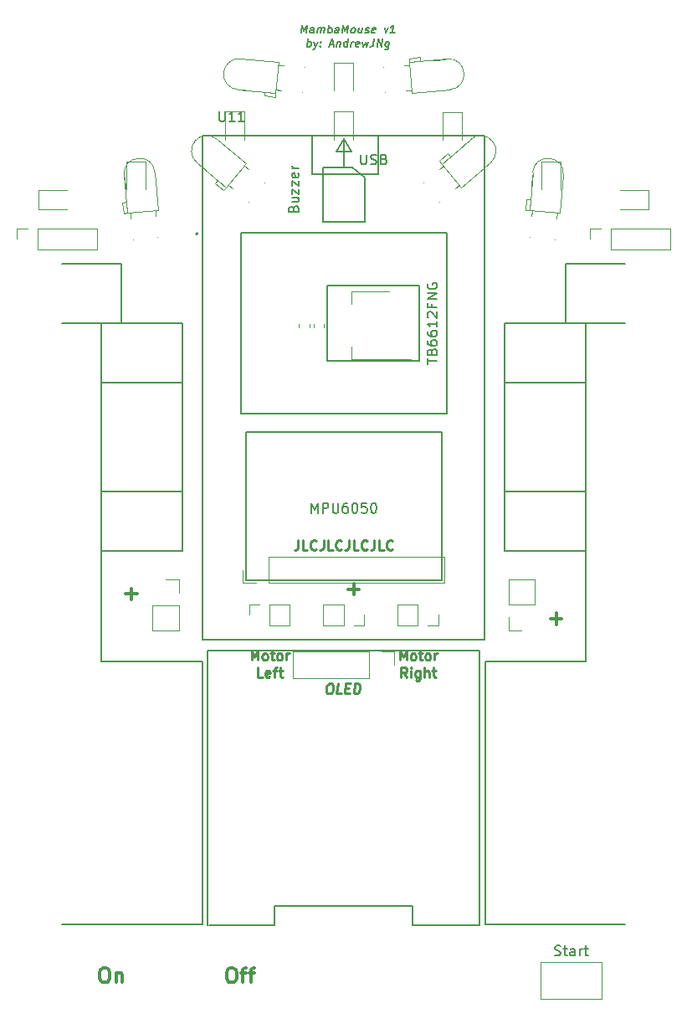
<source format=gbr>
G04 #@! TF.GenerationSoftware,KiCad,Pcbnew,(5.0.1)-3*
G04 #@! TF.CreationDate,2022-06-15T15:11:29+08:00*
G04 #@! TF.ProjectId,Micromouse_V01,4D6963726F6D6F7573655F5630312E6B,rev?*
G04 #@! TF.SameCoordinates,Original*
G04 #@! TF.FileFunction,Legend,Top*
G04 #@! TF.FilePolarity,Positive*
%FSLAX46Y46*%
G04 Gerber Fmt 4.6, Leading zero omitted, Abs format (unit mm)*
G04 Created by KiCad (PCBNEW (5.0.1)-3) date 15-Jun-22 3:11:29 PM*
%MOMM*%
%LPD*%
G01*
G04 APERTURE LIST*
%ADD10C,0.250000*%
%ADD11C,0.300000*%
%ADD12C,0.200000*%
%ADD13C,0.127000*%
%ADD14C,0.150000*%
%ADD15C,0.120000*%
G04 APERTURE END LIST*
D10*
X107666666Y-106577380D02*
X107666666Y-105577380D01*
X108000000Y-106291666D01*
X108333333Y-105577380D01*
X108333333Y-106577380D01*
X108952380Y-106577380D02*
X108857142Y-106529761D01*
X108809523Y-106482142D01*
X108761904Y-106386904D01*
X108761904Y-106101190D01*
X108809523Y-106005952D01*
X108857142Y-105958333D01*
X108952380Y-105910714D01*
X109095238Y-105910714D01*
X109190476Y-105958333D01*
X109238095Y-106005952D01*
X109285714Y-106101190D01*
X109285714Y-106386904D01*
X109238095Y-106482142D01*
X109190476Y-106529761D01*
X109095238Y-106577380D01*
X108952380Y-106577380D01*
X109571428Y-105910714D02*
X109952380Y-105910714D01*
X109714285Y-105577380D02*
X109714285Y-106434523D01*
X109761904Y-106529761D01*
X109857142Y-106577380D01*
X109952380Y-106577380D01*
X110428571Y-106577380D02*
X110333333Y-106529761D01*
X110285714Y-106482142D01*
X110238095Y-106386904D01*
X110238095Y-106101190D01*
X110285714Y-106005952D01*
X110333333Y-105958333D01*
X110428571Y-105910714D01*
X110571428Y-105910714D01*
X110666666Y-105958333D01*
X110714285Y-106005952D01*
X110761904Y-106101190D01*
X110761904Y-106386904D01*
X110714285Y-106482142D01*
X110666666Y-106529761D01*
X110571428Y-106577380D01*
X110428571Y-106577380D01*
X111190476Y-106577380D02*
X111190476Y-105910714D01*
X111190476Y-106101190D02*
X111238095Y-106005952D01*
X111285714Y-105958333D01*
X111380952Y-105910714D01*
X111476190Y-105910714D01*
X108380952Y-108327380D02*
X108047619Y-107851190D01*
X107809523Y-108327380D02*
X107809523Y-107327380D01*
X108190476Y-107327380D01*
X108285714Y-107375000D01*
X108333333Y-107422619D01*
X108380952Y-107517857D01*
X108380952Y-107660714D01*
X108333333Y-107755952D01*
X108285714Y-107803571D01*
X108190476Y-107851190D01*
X107809523Y-107851190D01*
X108809523Y-108327380D02*
X108809523Y-107660714D01*
X108809523Y-107327380D02*
X108761904Y-107375000D01*
X108809523Y-107422619D01*
X108857142Y-107375000D01*
X108809523Y-107327380D01*
X108809523Y-107422619D01*
X109714285Y-107660714D02*
X109714285Y-108470238D01*
X109666666Y-108565476D01*
X109619047Y-108613095D01*
X109523809Y-108660714D01*
X109380952Y-108660714D01*
X109285714Y-108613095D01*
X109714285Y-108279761D02*
X109619047Y-108327380D01*
X109428571Y-108327380D01*
X109333333Y-108279761D01*
X109285714Y-108232142D01*
X109238095Y-108136904D01*
X109238095Y-107851190D01*
X109285714Y-107755952D01*
X109333333Y-107708333D01*
X109428571Y-107660714D01*
X109619047Y-107660714D01*
X109714285Y-107708333D01*
X110190476Y-108327380D02*
X110190476Y-107327380D01*
X110619047Y-108327380D02*
X110619047Y-107803571D01*
X110571428Y-107708333D01*
X110476190Y-107660714D01*
X110333333Y-107660714D01*
X110238095Y-107708333D01*
X110190476Y-107755952D01*
X110952380Y-107660714D02*
X111333333Y-107660714D01*
X111095238Y-107327380D02*
X111095238Y-108184523D01*
X111142857Y-108279761D01*
X111238095Y-108327380D01*
X111333333Y-108327380D01*
X92666666Y-106577380D02*
X92666666Y-105577380D01*
X93000000Y-106291666D01*
X93333333Y-105577380D01*
X93333333Y-106577380D01*
X93952380Y-106577380D02*
X93857142Y-106529761D01*
X93809523Y-106482142D01*
X93761904Y-106386904D01*
X93761904Y-106101190D01*
X93809523Y-106005952D01*
X93857142Y-105958333D01*
X93952380Y-105910714D01*
X94095238Y-105910714D01*
X94190476Y-105958333D01*
X94238095Y-106005952D01*
X94285714Y-106101190D01*
X94285714Y-106386904D01*
X94238095Y-106482142D01*
X94190476Y-106529761D01*
X94095238Y-106577380D01*
X93952380Y-106577380D01*
X94571428Y-105910714D02*
X94952380Y-105910714D01*
X94714285Y-105577380D02*
X94714285Y-106434523D01*
X94761904Y-106529761D01*
X94857142Y-106577380D01*
X94952380Y-106577380D01*
X95428571Y-106577380D02*
X95333333Y-106529761D01*
X95285714Y-106482142D01*
X95238095Y-106386904D01*
X95238095Y-106101190D01*
X95285714Y-106005952D01*
X95333333Y-105958333D01*
X95428571Y-105910714D01*
X95571428Y-105910714D01*
X95666666Y-105958333D01*
X95714285Y-106005952D01*
X95761904Y-106101190D01*
X95761904Y-106386904D01*
X95714285Y-106482142D01*
X95666666Y-106529761D01*
X95571428Y-106577380D01*
X95428571Y-106577380D01*
X96190476Y-106577380D02*
X96190476Y-105910714D01*
X96190476Y-106101190D02*
X96238095Y-106005952D01*
X96285714Y-105958333D01*
X96380952Y-105910714D01*
X96476190Y-105910714D01*
X93809523Y-108327380D02*
X93333333Y-108327380D01*
X93333333Y-107327380D01*
X94523809Y-108279761D02*
X94428571Y-108327380D01*
X94238095Y-108327380D01*
X94142857Y-108279761D01*
X94095238Y-108184523D01*
X94095238Y-107803571D01*
X94142857Y-107708333D01*
X94238095Y-107660714D01*
X94428571Y-107660714D01*
X94523809Y-107708333D01*
X94571428Y-107803571D01*
X94571428Y-107898809D01*
X94095238Y-107994047D01*
X94857142Y-107660714D02*
X95238095Y-107660714D01*
X95000000Y-108327380D02*
X95000000Y-107470238D01*
X95047619Y-107375000D01*
X95142857Y-107327380D01*
X95238095Y-107327380D01*
X95428571Y-107660714D02*
X95809523Y-107660714D01*
X95571428Y-107327380D02*
X95571428Y-108184523D01*
X95619047Y-108279761D01*
X95714285Y-108327380D01*
X95809523Y-108327380D01*
X97380952Y-94452380D02*
X97380952Y-95166666D01*
X97333333Y-95309523D01*
X97238095Y-95404761D01*
X97095238Y-95452380D01*
X97000000Y-95452380D01*
X98333333Y-95452380D02*
X97857142Y-95452380D01*
X97857142Y-94452380D01*
X99238095Y-95357142D02*
X99190476Y-95404761D01*
X99047619Y-95452380D01*
X98952380Y-95452380D01*
X98809523Y-95404761D01*
X98714285Y-95309523D01*
X98666666Y-95214285D01*
X98619047Y-95023809D01*
X98619047Y-94880952D01*
X98666666Y-94690476D01*
X98714285Y-94595238D01*
X98809523Y-94500000D01*
X98952380Y-94452380D01*
X99047619Y-94452380D01*
X99190476Y-94500000D01*
X99238095Y-94547619D01*
X99952380Y-94452380D02*
X99952380Y-95166666D01*
X99904761Y-95309523D01*
X99809523Y-95404761D01*
X99666666Y-95452380D01*
X99571428Y-95452380D01*
X100904761Y-95452380D02*
X100428571Y-95452380D01*
X100428571Y-94452380D01*
X101809523Y-95357142D02*
X101761904Y-95404761D01*
X101619047Y-95452380D01*
X101523809Y-95452380D01*
X101380952Y-95404761D01*
X101285714Y-95309523D01*
X101238095Y-95214285D01*
X101190476Y-95023809D01*
X101190476Y-94880952D01*
X101238095Y-94690476D01*
X101285714Y-94595238D01*
X101380952Y-94500000D01*
X101523809Y-94452380D01*
X101619047Y-94452380D01*
X101761904Y-94500000D01*
X101809523Y-94547619D01*
X102523809Y-94452380D02*
X102523809Y-95166666D01*
X102476190Y-95309523D01*
X102380952Y-95404761D01*
X102238095Y-95452380D01*
X102142857Y-95452380D01*
X103476190Y-95452380D02*
X103000000Y-95452380D01*
X103000000Y-94452380D01*
X104380952Y-95357142D02*
X104333333Y-95404761D01*
X104190476Y-95452380D01*
X104095238Y-95452380D01*
X103952380Y-95404761D01*
X103857142Y-95309523D01*
X103809523Y-95214285D01*
X103761904Y-95023809D01*
X103761904Y-94880952D01*
X103809523Y-94690476D01*
X103857142Y-94595238D01*
X103952380Y-94500000D01*
X104095238Y-94452380D01*
X104190476Y-94452380D01*
X104333333Y-94500000D01*
X104380952Y-94547619D01*
X105095238Y-94452380D02*
X105095238Y-95166666D01*
X105047619Y-95309523D01*
X104952380Y-95404761D01*
X104809523Y-95452380D01*
X104714285Y-95452380D01*
X106047619Y-95452380D02*
X105571428Y-95452380D01*
X105571428Y-94452380D01*
X106952380Y-95357142D02*
X106904761Y-95404761D01*
X106761904Y-95452380D01*
X106666666Y-95452380D01*
X106523809Y-95404761D01*
X106428571Y-95309523D01*
X106380952Y-95214285D01*
X106333333Y-95023809D01*
X106333333Y-94880952D01*
X106380952Y-94690476D01*
X106428571Y-94595238D01*
X106523809Y-94500000D01*
X106666666Y-94452380D01*
X106761904Y-94452380D01*
X106904761Y-94500000D01*
X106952380Y-94547619D01*
X100564508Y-108952380D02*
X100754985Y-108952380D01*
X100844270Y-109000000D01*
X100927604Y-109095238D01*
X100951413Y-109285714D01*
X100909747Y-109619047D01*
X100838318Y-109809523D01*
X100731175Y-109904761D01*
X100629985Y-109952380D01*
X100439508Y-109952380D01*
X100350223Y-109904761D01*
X100266889Y-109809523D01*
X100243080Y-109619047D01*
X100284747Y-109285714D01*
X100356175Y-109095238D01*
X100463318Y-109000000D01*
X100564508Y-108952380D01*
X101772842Y-109952380D02*
X101296651Y-109952380D01*
X101421651Y-108952380D01*
X102171651Y-109428571D02*
X102504985Y-109428571D01*
X102582366Y-109952380D02*
X102106175Y-109952380D01*
X102231175Y-108952380D01*
X102707366Y-108952380D01*
X103010937Y-109952380D02*
X103135937Y-108952380D01*
X103374032Y-108952380D01*
X103510937Y-109000000D01*
X103594270Y-109095238D01*
X103629985Y-109190476D01*
X103653794Y-109380952D01*
X103635937Y-109523809D01*
X103564508Y-109714285D01*
X103504985Y-109809523D01*
X103397842Y-109904761D01*
X103249032Y-109952380D01*
X103010937Y-109952380D01*
D11*
X90500000Y-137678571D02*
X90785714Y-137678571D01*
X90928571Y-137750000D01*
X91071428Y-137892857D01*
X91142857Y-138178571D01*
X91142857Y-138678571D01*
X91071428Y-138964285D01*
X90928571Y-139107142D01*
X90785714Y-139178571D01*
X90500000Y-139178571D01*
X90357142Y-139107142D01*
X90214285Y-138964285D01*
X90142857Y-138678571D01*
X90142857Y-138178571D01*
X90214285Y-137892857D01*
X90357142Y-137750000D01*
X90500000Y-137678571D01*
X91571428Y-138178571D02*
X92142857Y-138178571D01*
X91785714Y-139178571D02*
X91785714Y-137892857D01*
X91857142Y-137750000D01*
X92000000Y-137678571D01*
X92142857Y-137678571D01*
X92428571Y-138178571D02*
X93000000Y-138178571D01*
X92642857Y-139178571D02*
X92642857Y-137892857D01*
X92714285Y-137750000D01*
X92857142Y-137678571D01*
X93000000Y-137678571D01*
X77678571Y-137678571D02*
X77964285Y-137678571D01*
X78107142Y-137750000D01*
X78250000Y-137892857D01*
X78321428Y-138178571D01*
X78321428Y-138678571D01*
X78250000Y-138964285D01*
X78107142Y-139107142D01*
X77964285Y-139178571D01*
X77678571Y-139178571D01*
X77535714Y-139107142D01*
X77392857Y-138964285D01*
X77321428Y-138678571D01*
X77321428Y-138178571D01*
X77392857Y-137892857D01*
X77535714Y-137750000D01*
X77678571Y-137678571D01*
X78964285Y-138178571D02*
X78964285Y-139178571D01*
X78964285Y-138321428D02*
X79035714Y-138250000D01*
X79178571Y-138178571D01*
X79392857Y-138178571D01*
X79535714Y-138250000D01*
X79607142Y-138392857D01*
X79607142Y-139178571D01*
X103571428Y-99392857D02*
X102428571Y-99392857D01*
X103000000Y-98821428D02*
X103000000Y-99964285D01*
X81071428Y-99892857D02*
X79928571Y-99892857D01*
X80500000Y-99321428D02*
X80500000Y-100464285D01*
D12*
X77500000Y-89500000D02*
X85700000Y-89500000D01*
X85700000Y-78500000D02*
X77500000Y-78500000D01*
X118300000Y-89500000D02*
X126500000Y-89500000D01*
X126500000Y-78500000D02*
X118300000Y-78500000D01*
X77500000Y-95500000D02*
X85700000Y-95500000D01*
X85700000Y-95500000D02*
X85700000Y-72500000D01*
X85700000Y-72500000D02*
X77500000Y-72500000D01*
X126500000Y-95500000D02*
X118300000Y-95500000D01*
X118300000Y-95500000D02*
X118300000Y-72500000D01*
X126500000Y-72500000D02*
X118300000Y-72500000D01*
X87700000Y-106700000D02*
X87700000Y-133300000D01*
X87700000Y-133300000D02*
X73500000Y-133300000D01*
X87700000Y-106700000D02*
X77500000Y-106700000D01*
X77500000Y-72500000D02*
X77500000Y-106700000D01*
X79500000Y-72500000D02*
X73500000Y-72500000D01*
X79500000Y-72500000D02*
X79500000Y-66500000D01*
X79500000Y-66500000D02*
X73500000Y-66500000D01*
X130500000Y-133300000D02*
X116300000Y-133300000D01*
X116300000Y-106700000D02*
X116300000Y-133300000D01*
X116300000Y-106700000D02*
X126500000Y-106700000D01*
X126500000Y-72500000D02*
X126500000Y-106700000D01*
X124500000Y-72500000D02*
X130500000Y-72500000D01*
X124500000Y-66500000D02*
X124500000Y-72500000D01*
X130500000Y-66500000D02*
X124500000Y-66500000D01*
X97689702Y-43161904D02*
X97789702Y-42361904D01*
X97984940Y-42933333D01*
X98323035Y-42361904D01*
X98223035Y-43161904D01*
X98946845Y-43161904D02*
X98999226Y-42742857D01*
X98970654Y-42666666D01*
X98899226Y-42628571D01*
X98746845Y-42628571D01*
X98665892Y-42666666D01*
X98951607Y-43123809D02*
X98870654Y-43161904D01*
X98680178Y-43161904D01*
X98608750Y-43123809D01*
X98580178Y-43047619D01*
X98589702Y-42971428D01*
X98637321Y-42895238D01*
X98718273Y-42857142D01*
X98908750Y-42857142D01*
X98989702Y-42819047D01*
X99327797Y-43161904D02*
X99394464Y-42628571D01*
X99384940Y-42704761D02*
X99427797Y-42666666D01*
X99508750Y-42628571D01*
X99623035Y-42628571D01*
X99694464Y-42666666D01*
X99723035Y-42742857D01*
X99670654Y-43161904D01*
X99723035Y-42742857D02*
X99770654Y-42666666D01*
X99851607Y-42628571D01*
X99965892Y-42628571D01*
X100037321Y-42666666D01*
X100065892Y-42742857D01*
X100013511Y-43161904D01*
X100394464Y-43161904D02*
X100494464Y-42361904D01*
X100456369Y-42666666D02*
X100537321Y-42628571D01*
X100689702Y-42628571D01*
X100761130Y-42666666D01*
X100794464Y-42704761D01*
X100823035Y-42780952D01*
X100794464Y-43009523D01*
X100746845Y-43085714D01*
X100703988Y-43123809D01*
X100623035Y-43161904D01*
X100470654Y-43161904D01*
X100399226Y-43123809D01*
X101461130Y-43161904D02*
X101513511Y-42742857D01*
X101484940Y-42666666D01*
X101413511Y-42628571D01*
X101261130Y-42628571D01*
X101180178Y-42666666D01*
X101465892Y-43123809D02*
X101384940Y-43161904D01*
X101194464Y-43161904D01*
X101123035Y-43123809D01*
X101094464Y-43047619D01*
X101103988Y-42971428D01*
X101151607Y-42895238D01*
X101232559Y-42857142D01*
X101423035Y-42857142D01*
X101503988Y-42819047D01*
X101842083Y-43161904D02*
X101942083Y-42361904D01*
X102137321Y-42933333D01*
X102475416Y-42361904D01*
X102375416Y-43161904D01*
X102870654Y-43161904D02*
X102799226Y-43123809D01*
X102765892Y-43085714D01*
X102737321Y-43009523D01*
X102765892Y-42780952D01*
X102813511Y-42704761D01*
X102856369Y-42666666D01*
X102937321Y-42628571D01*
X103051607Y-42628571D01*
X103123035Y-42666666D01*
X103156369Y-42704761D01*
X103184940Y-42780952D01*
X103156369Y-43009523D01*
X103108750Y-43085714D01*
X103065892Y-43123809D01*
X102984940Y-43161904D01*
X102870654Y-43161904D01*
X103889702Y-42628571D02*
X103823035Y-43161904D01*
X103546845Y-42628571D02*
X103494464Y-43047619D01*
X103523035Y-43123809D01*
X103594464Y-43161904D01*
X103708750Y-43161904D01*
X103789702Y-43123809D01*
X103832559Y-43085714D01*
X104170654Y-43123809D02*
X104242083Y-43161904D01*
X104394464Y-43161904D01*
X104475416Y-43123809D01*
X104523035Y-43047619D01*
X104527797Y-43009523D01*
X104499226Y-42933333D01*
X104427797Y-42895238D01*
X104313511Y-42895238D01*
X104242083Y-42857142D01*
X104213511Y-42780952D01*
X104218273Y-42742857D01*
X104265892Y-42666666D01*
X104346845Y-42628571D01*
X104461130Y-42628571D01*
X104532559Y-42666666D01*
X105161130Y-43123809D02*
X105080178Y-43161904D01*
X104927797Y-43161904D01*
X104856369Y-43123809D01*
X104827797Y-43047619D01*
X104865892Y-42742857D01*
X104913511Y-42666666D01*
X104994464Y-42628571D01*
X105146845Y-42628571D01*
X105218273Y-42666666D01*
X105246845Y-42742857D01*
X105237321Y-42819047D01*
X104846845Y-42895238D01*
X106137321Y-42628571D02*
X106261130Y-43161904D01*
X106518273Y-42628571D01*
X107175416Y-43161904D02*
X106718273Y-43161904D01*
X106946845Y-43161904D02*
X107046845Y-42361904D01*
X106956369Y-42476190D01*
X106870654Y-42552380D01*
X106789702Y-42590476D01*
X98280178Y-44561904D02*
X98380178Y-43761904D01*
X98342083Y-44066666D02*
X98423035Y-44028571D01*
X98575416Y-44028571D01*
X98646845Y-44066666D01*
X98680178Y-44104761D01*
X98708750Y-44180952D01*
X98680178Y-44409523D01*
X98632559Y-44485714D01*
X98589702Y-44523809D01*
X98508750Y-44561904D01*
X98356369Y-44561904D01*
X98284940Y-44523809D01*
X98994464Y-44028571D02*
X99118273Y-44561904D01*
X99375416Y-44028571D02*
X99118273Y-44561904D01*
X99018273Y-44752380D01*
X98975416Y-44790476D01*
X98894464Y-44828571D01*
X99623035Y-44485714D02*
X99656369Y-44523809D01*
X99613511Y-44561904D01*
X99580178Y-44523809D01*
X99623035Y-44485714D01*
X99613511Y-44561904D01*
X99675416Y-44066666D02*
X99708750Y-44104761D01*
X99665892Y-44142857D01*
X99632559Y-44104761D01*
X99675416Y-44066666D01*
X99665892Y-44142857D01*
X100594464Y-44333333D02*
X100975416Y-44333333D01*
X100489702Y-44561904D02*
X100856369Y-43761904D01*
X101023035Y-44561904D01*
X101356369Y-44028571D02*
X101289702Y-44561904D01*
X101346845Y-44104761D02*
X101389702Y-44066666D01*
X101470654Y-44028571D01*
X101584940Y-44028571D01*
X101656369Y-44066666D01*
X101684940Y-44142857D01*
X101632559Y-44561904D01*
X102356369Y-44561904D02*
X102456369Y-43761904D01*
X102361130Y-44523809D02*
X102280178Y-44561904D01*
X102127797Y-44561904D01*
X102056369Y-44523809D01*
X102023035Y-44485714D01*
X101994464Y-44409523D01*
X102023035Y-44180952D01*
X102070654Y-44104761D01*
X102113511Y-44066666D01*
X102194464Y-44028571D01*
X102346845Y-44028571D01*
X102418273Y-44066666D01*
X102737321Y-44561904D02*
X102803988Y-44028571D01*
X102784940Y-44180952D02*
X102832559Y-44104761D01*
X102875416Y-44066666D01*
X102956369Y-44028571D01*
X103032559Y-44028571D01*
X103542083Y-44523809D02*
X103461130Y-44561904D01*
X103308750Y-44561904D01*
X103237321Y-44523809D01*
X103208750Y-44447619D01*
X103246845Y-44142857D01*
X103294464Y-44066666D01*
X103375416Y-44028571D01*
X103527797Y-44028571D01*
X103599226Y-44066666D01*
X103627797Y-44142857D01*
X103618273Y-44219047D01*
X103227797Y-44295238D01*
X103908750Y-44028571D02*
X103994464Y-44561904D01*
X104194464Y-44180952D01*
X104299226Y-44561904D01*
X104518273Y-44028571D01*
X105084940Y-43761904D02*
X105013511Y-44333333D01*
X104961130Y-44447619D01*
X104875416Y-44523809D01*
X104756369Y-44561904D01*
X104680178Y-44561904D01*
X105365892Y-44561904D02*
X105465892Y-43761904D01*
X105823035Y-44561904D01*
X105923035Y-43761904D01*
X106613511Y-44028571D02*
X106532559Y-44676190D01*
X106484940Y-44752380D01*
X106442083Y-44790476D01*
X106361130Y-44828571D01*
X106246845Y-44828571D01*
X106175416Y-44790476D01*
X106551607Y-44523809D02*
X106470654Y-44561904D01*
X106318273Y-44561904D01*
X106246845Y-44523809D01*
X106213511Y-44485714D01*
X106184940Y-44409523D01*
X106213511Y-44180952D01*
X106261130Y-44104761D01*
X106303988Y-44066666D01*
X106384940Y-44028571D01*
X106537321Y-44028571D01*
X106608750Y-44066666D01*
D11*
X124071428Y-102392857D02*
X122928571Y-102392857D01*
X123500000Y-101821428D02*
X123500000Y-102964285D01*
D12*
G04 #@! TO.C,U11*
X102762000Y-55124000D02*
X102000000Y-53854000D01*
X101238000Y-55124000D02*
X102762000Y-55124000D01*
X102000000Y-53854000D02*
X101238000Y-55124000D01*
X102000000Y-56648000D02*
X102000000Y-53854000D01*
X102000000Y-53854000D02*
X102000000Y-56648000D01*
D13*
X110780000Y-104475000D02*
X116230000Y-104475000D01*
X93090000Y-104475000D02*
X110780000Y-104475000D01*
X87720000Y-104475000D02*
X93090000Y-104475000D01*
X116230000Y-53525000D02*
X116230000Y-104475000D01*
X87720000Y-104475000D02*
X87720000Y-53525000D01*
X105500000Y-53525000D02*
X116230000Y-53525000D01*
X98789000Y-53525000D02*
X105500000Y-53525000D01*
X87720000Y-53525000D02*
X98789000Y-53525000D01*
X98789000Y-57415000D02*
X98789000Y-53525000D01*
X105500000Y-57415000D02*
X98789000Y-57415000D01*
X105500000Y-53525000D02*
X105500000Y-57415000D01*
D12*
X87250000Y-63485000D02*
G75*
G03X87250000Y-63485000I-100000J0D01*
G01*
D13*
X87720000Y-104475000D02*
X87720000Y-53525000D01*
X87720000Y-53525000D02*
X116230000Y-53525000D01*
X116230000Y-104475000D02*
X87720000Y-104475000D01*
X116230000Y-53525000D02*
X116230000Y-104475000D01*
D14*
G04 #@! TO.C,J3*
X95000000Y-133400000D02*
X88350000Y-133400000D01*
X88250000Y-105600000D02*
X88250000Y-133400000D01*
X115750000Y-105600000D02*
X115750000Y-133400000D01*
D15*
X107140000Y-105739000D02*
X107140000Y-107069000D01*
X105810000Y-105739000D02*
X107140000Y-105739000D01*
X104540000Y-105739000D02*
X104540000Y-108399000D01*
X104540000Y-108399000D02*
X96860000Y-108399000D01*
X104540000Y-105739000D02*
X96860000Y-105739000D01*
X96860000Y-105739000D02*
X96860000Y-108399000D01*
D14*
X115750000Y-105600000D02*
X88250000Y-105600000D01*
X115650000Y-133400000D02*
X109000000Y-133400000D01*
X109000000Y-131400000D02*
X109000000Y-133400000D01*
X95000000Y-131400000D02*
X95000000Y-133400000D01*
X95000000Y-131400000D02*
X109000000Y-131400000D01*
G04 #@! TO.C,BZ1*
X99900000Y-56750000D02*
X99900000Y-62250000D01*
X104100000Y-57800000D02*
X104100000Y-62250000D01*
X104100000Y-62250000D02*
X99900000Y-62250000D01*
X102900000Y-56750000D02*
X99900000Y-56750000D01*
X104100000Y-57800000D02*
X102900000Y-56750000D01*
D15*
G04 #@! TO.C,S1*
X80425617Y-61518971D02*
X80425617Y-61518971D01*
X82955953Y-61297592D02*
X82955953Y-61297592D01*
X79806399Y-57768668D02*
X79904014Y-58884406D01*
X80643507Y-64009457D02*
X80643507Y-64009457D01*
X80410801Y-61349617D02*
X80410801Y-61349617D01*
X80460914Y-61922429D02*
X80410801Y-61349617D01*
X83173841Y-63788081D02*
X83173841Y-63788081D01*
X82941134Y-61128241D02*
X82991250Y-61701053D01*
X82941134Y-61128241D02*
X82941134Y-61128241D01*
X82991250Y-61701053D02*
X82941134Y-61128241D01*
X80121903Y-61374892D02*
X79723426Y-61409752D01*
X80024289Y-60259155D02*
X80121903Y-61374892D01*
X79625812Y-60294016D02*
X80024289Y-60259155D01*
X79723426Y-61409752D02*
X79625812Y-60294016D01*
X83230033Y-61102967D02*
X80121903Y-61374892D01*
X80121903Y-61374892D02*
X79785483Y-57529581D01*
X83230033Y-61102967D02*
X82893611Y-57257654D01*
X79785483Y-57529582D02*
G75*
G02X82893611Y-57257654I1554064J135964D01*
G01*
G04 #@! TO.C,S2*
X90425284Y-58651798D02*
X90425284Y-58651798D01*
X92057963Y-56706042D02*
X92057963Y-56706042D01*
X87335565Y-56437786D02*
X88193536Y-57157708D01*
X92340395Y-60258766D02*
X92340395Y-60258766D01*
X90295056Y-58542523D02*
X90295056Y-58542523D01*
X90735531Y-58912127D02*
X90295056Y-58542523D01*
X93973075Y-58313013D02*
X93973075Y-58313013D01*
X91927735Y-56596770D02*
X92368212Y-56966373D01*
X91927735Y-56596770D02*
X91927735Y-56596770D01*
X92368212Y-56966373D02*
X91927735Y-56596770D01*
X90108647Y-58764677D02*
X89851531Y-59071092D01*
X89250678Y-58044755D02*
X90108647Y-58764677D01*
X88993563Y-58351172D02*
X89250678Y-58044755D01*
X89851531Y-59071092D02*
X88993563Y-58351172D01*
X92114146Y-56374617D02*
X90108647Y-58764677D01*
X90108647Y-58764677D02*
X87151716Y-56283516D01*
X92114146Y-56374617D02*
X89157213Y-53893456D01*
X87151717Y-56283516D02*
G75*
G02X89157213Y-53893456I1002748J1195030D01*
G01*
G04 #@! TO.C,S5*
X95298467Y-48945990D02*
X95298467Y-48945990D01*
X95519840Y-46415654D02*
X95519840Y-46415654D01*
X91497613Y-48904568D02*
X92613351Y-49002181D01*
X97788953Y-49163879D02*
X97788953Y-49163879D01*
X95129113Y-48931173D02*
X95129113Y-48931173D01*
X95701925Y-48981289D02*
X95129113Y-48931173D01*
X98010328Y-46633545D02*
X98010328Y-46633545D01*
X95350488Y-46400840D02*
X95923301Y-46450953D01*
X95350488Y-46400840D02*
X95350488Y-46400840D01*
X95923301Y-46450953D02*
X95350488Y-46400840D01*
X95103838Y-49220071D02*
X95068974Y-49618548D01*
X93988101Y-49122456D02*
X95103838Y-49220071D01*
X93953237Y-49520933D02*
X93988101Y-49122456D01*
X95068974Y-49618548D02*
X93953237Y-49520933D01*
X95375765Y-46111941D02*
X95103838Y-49220071D01*
X95103838Y-49220071D02*
X91258526Y-48883649D01*
X95375765Y-46111941D02*
X91530451Y-45775521D01*
X91258527Y-48883649D02*
G75*
G02X91530451Y-45775521I135962J1554064D01*
G01*
G04 #@! TO.C,S6*
X108481029Y-46425617D02*
X108481029Y-46425617D01*
X108702408Y-48955953D02*
X108702408Y-48955953D01*
X112231332Y-45806399D02*
X111115594Y-45904014D01*
X105990543Y-46643507D02*
X105990543Y-46643507D01*
X108650383Y-46410801D02*
X108650383Y-46410801D01*
X108077571Y-46460914D02*
X108650383Y-46410801D01*
X106211919Y-49173841D02*
X106211919Y-49173841D01*
X108871759Y-48941134D02*
X108298947Y-48991250D01*
X108871759Y-48941134D02*
X108871759Y-48941134D01*
X108298947Y-48991250D02*
X108871759Y-48941134D01*
X108625108Y-46121903D02*
X108590248Y-45723426D01*
X109740845Y-46024289D02*
X108625108Y-46121903D01*
X109705984Y-45625812D02*
X109740845Y-46024289D01*
X108590248Y-45723426D02*
X109705984Y-45625812D01*
X108897033Y-49230033D02*
X108625108Y-46121903D01*
X108625108Y-46121903D02*
X112470419Y-45785483D01*
X108897033Y-49230033D02*
X112742346Y-48893611D01*
X112470418Y-45785483D02*
G75*
G02X112742346Y-48893611I135964J-1554064D01*
G01*
G04 #@! TO.C,S4*
X121054010Y-61298467D02*
X121054010Y-61298467D01*
X123584346Y-61519840D02*
X123584346Y-61519840D01*
X121095432Y-57497613D02*
X120997819Y-58613351D01*
X120836121Y-63788953D02*
X120836121Y-63788953D01*
X121068827Y-61129113D02*
X121068827Y-61129113D01*
X121018711Y-61701925D02*
X121068827Y-61129113D01*
X123366455Y-64010328D02*
X123366455Y-64010328D01*
X123599160Y-61350488D02*
X123549047Y-61923301D01*
X123599160Y-61350488D02*
X123599160Y-61350488D01*
X123549047Y-61923301D02*
X123599160Y-61350488D01*
X120779929Y-61103838D02*
X120381452Y-61068974D01*
X120877545Y-59988101D02*
X120779929Y-61103838D01*
X120479067Y-59953237D02*
X120877545Y-59988101D01*
X120381452Y-61068974D02*
X120479067Y-59953237D01*
X123888059Y-61375765D02*
X120779929Y-61103838D01*
X120779929Y-61103838D02*
X121116351Y-57258526D01*
X123888059Y-61375765D02*
X124224479Y-57530451D01*
X121116351Y-57258527D02*
G75*
G02X124224479Y-57530451I1554064J-135962D01*
G01*
G04 #@! TO.C,S3*
X111948463Y-56713705D02*
X111948463Y-56713705D01*
X113581147Y-58659457D02*
X113581147Y-58659457D01*
X114665363Y-54055385D02*
X113807394Y-54775308D01*
X110033353Y-58320673D02*
X110033353Y-58320673D01*
X112078691Y-56604431D02*
X112078691Y-56604431D01*
X111638215Y-56974033D02*
X112078691Y-56604431D01*
X111666033Y-60266426D02*
X111666033Y-60266426D01*
X113711372Y-58550182D02*
X113270896Y-58919786D01*
X113711372Y-58550182D02*
X113711372Y-58550182D01*
X113270896Y-58919786D02*
X113711372Y-58550182D01*
X111892282Y-56382277D02*
X111635170Y-56075859D01*
X112750251Y-55662355D02*
X111892282Y-56382277D01*
X112493138Y-55355938D02*
X112750251Y-55662355D01*
X111635170Y-56075859D02*
X112493138Y-55355938D01*
X113897780Y-58772338D02*
X111892282Y-56382277D01*
X111892282Y-56382277D02*
X114849215Y-53901117D01*
X113897780Y-58772338D02*
X116854713Y-56291176D01*
X114849213Y-53901118D02*
G75*
G02X116854713Y-56291176I1002750J-1195029D01*
G01*
G04 #@! TO.C,U13*
X112211600Y-98796600D02*
X112211600Y-96136600D01*
X94371600Y-98796600D02*
X112211600Y-98796600D01*
X94371600Y-96136600D02*
X112211600Y-96136600D01*
X94371600Y-98796600D02*
X94371600Y-96136600D01*
X93101600Y-98796600D02*
X91771600Y-98796600D01*
X91771600Y-98796600D02*
X91771600Y-97466600D01*
D12*
X92094000Y-98493000D02*
X92094000Y-83507000D01*
X92094000Y-83507000D02*
X111906000Y-83507000D01*
X92094000Y-98493000D02*
X111906000Y-98493000D01*
X111906000Y-98493000D02*
X111906000Y-83507000D01*
D15*
G04 #@! TO.C,J6*
X129000000Y-65060000D02*
X129000000Y-62940000D01*
X129000000Y-65060000D02*
X135060000Y-65060000D01*
X135060000Y-65060000D02*
X135060000Y-62940000D01*
X129000000Y-62940000D02*
X135060000Y-62940000D01*
X126940000Y-62940000D02*
X128000000Y-62940000D01*
X126940000Y-64000000D02*
X126940000Y-62940000D01*
G04 #@! TO.C,J5*
X71000000Y-65060000D02*
X71000000Y-62940000D01*
X71000000Y-65060000D02*
X77060000Y-65060000D01*
X77060000Y-65060000D02*
X77060000Y-62940000D01*
X71000000Y-62940000D02*
X77060000Y-62940000D01*
X68940000Y-62940000D02*
X70000000Y-62940000D01*
X68940000Y-64000000D02*
X68940000Y-62940000D01*
G04 #@! TO.C,C1*
X98510000Y-72566910D02*
X98510000Y-72892468D01*
X97490000Y-72566910D02*
X97490000Y-72892468D01*
G04 #@! TO.C,C2*
X98970668Y-72566910D02*
X98970668Y-72892468D01*
X99990668Y-72566910D02*
X99990668Y-72892468D01*
G04 #@! TO.C,U1*
X108830668Y-76139689D02*
X102820668Y-76139689D01*
X106580668Y-69319689D02*
X102820668Y-69319689D01*
X102820668Y-76139689D02*
X102820668Y-74879689D01*
X102820668Y-69319689D02*
X102820668Y-70579689D01*
G04 #@! TO.C,J1*
X121330000Y-100980000D02*
X118670000Y-100980000D01*
X121330000Y-100980000D02*
X121330000Y-98380000D01*
X121330000Y-98380000D02*
X118670000Y-98380000D01*
X118670000Y-100980000D02*
X118670000Y-98380000D01*
X118670000Y-103580000D02*
X118670000Y-102250000D01*
X120000000Y-103580000D02*
X118670000Y-103580000D01*
G04 #@! TO.C,D1*
X74000000Y-59040000D02*
X71140000Y-59040000D01*
X71140000Y-59040000D02*
X71140000Y-60960000D01*
X71140000Y-60960000D02*
X74000000Y-60960000D01*
G04 #@! TO.C,D2*
X102960000Y-49000000D02*
X102960000Y-46140000D01*
X102960000Y-46140000D02*
X101040000Y-46140000D01*
X101040000Y-46140000D02*
X101040000Y-49000000D01*
G04 #@! TO.C,D3*
X132860000Y-59040000D02*
X130000000Y-59040000D01*
X132860000Y-60960000D02*
X132860000Y-59040000D01*
X130000000Y-60960000D02*
X132860000Y-60960000D01*
D14*
G04 #@! TO.C,U12*
X100349000Y-76310000D02*
X109620000Y-76310000D01*
X100349000Y-68690000D02*
X100349000Y-76310000D01*
X109620000Y-68690000D02*
X100349000Y-68690000D01*
X109620000Y-76310000D02*
X109620000Y-68690000D01*
X91586000Y-63356000D02*
X91586000Y-81644000D01*
X91586000Y-81644000D02*
X112414000Y-81644000D01*
X112414000Y-81644000D02*
X112414000Y-63356000D01*
X112414000Y-63356000D02*
X91586000Y-63356000D01*
D15*
G04 #@! TO.C,D4*
X81960000Y-59000000D02*
X81960000Y-56140000D01*
X81960000Y-56140000D02*
X80040000Y-56140000D01*
X80040000Y-56140000D02*
X80040000Y-59000000D01*
G04 #@! TO.C,D5*
X90040000Y-51115000D02*
X90040000Y-53975000D01*
X91960000Y-51115000D02*
X90040000Y-51115000D01*
X91960000Y-53975000D02*
X91960000Y-51115000D01*
G04 #@! TO.C,D6*
X102960000Y-53975000D02*
X102960000Y-51115000D01*
X102960000Y-51115000D02*
X101040000Y-51115000D01*
X101040000Y-51115000D02*
X101040000Y-53975000D01*
G04 #@! TO.C,D7*
X113960000Y-54000000D02*
X113960000Y-51140000D01*
X113960000Y-51140000D02*
X112040000Y-51140000D01*
X112040000Y-51140000D02*
X112040000Y-54000000D01*
G04 #@! TO.C,D8*
X122040000Y-56140000D02*
X122040000Y-59000000D01*
X123960000Y-56140000D02*
X122040000Y-56140000D01*
X123960000Y-59000000D02*
X123960000Y-56140000D01*
G04 #@! TO.C,J2*
X92440000Y-102000000D02*
X92440000Y-100940000D01*
X92440000Y-100940000D02*
X93500000Y-100940000D01*
X94500000Y-100940000D02*
X96560000Y-100940000D01*
X96560000Y-103060000D02*
X96560000Y-100940000D01*
X94500000Y-103060000D02*
X96560000Y-103060000D01*
X94500000Y-103060000D02*
X94500000Y-100940000D01*
G04 #@! TO.C,J4*
X109500000Y-100940000D02*
X109500000Y-103060000D01*
X109500000Y-100940000D02*
X107440000Y-100940000D01*
X107440000Y-100940000D02*
X107440000Y-103060000D01*
X109500000Y-103060000D02*
X107440000Y-103060000D01*
X111560000Y-103060000D02*
X110500000Y-103060000D01*
X111560000Y-102000000D02*
X111560000Y-103060000D01*
G04 #@! TO.C,J7*
X84000000Y-98420000D02*
X85330000Y-98420000D01*
X85330000Y-98420000D02*
X85330000Y-99750000D01*
X85330000Y-101020000D02*
X85330000Y-103620000D01*
X82670000Y-103620000D02*
X85330000Y-103620000D01*
X82670000Y-101020000D02*
X82670000Y-103620000D01*
X82670000Y-101020000D02*
X85330000Y-101020000D01*
G04 #@! TO.C,J8*
X102000000Y-100940000D02*
X102000000Y-103060000D01*
X102000000Y-100940000D02*
X99940000Y-100940000D01*
X99940000Y-100940000D02*
X99940000Y-103060000D01*
X102000000Y-103060000D02*
X99940000Y-103060000D01*
X104060000Y-103060000D02*
X103000000Y-103060000D01*
X104060000Y-102000000D02*
X104060000Y-103060000D01*
G04 #@! TO.C,SW3*
X128060000Y-140850000D02*
X121940000Y-140850000D01*
X121940000Y-140850000D02*
X121940000Y-137150000D01*
X121940000Y-137150000D02*
X128060000Y-137150000D01*
X128060000Y-137150000D02*
X128060000Y-140850000D01*
G04 #@! TO.C,U11*
D14*
X89406904Y-51092380D02*
X89406904Y-51901904D01*
X89454523Y-51997142D01*
X89502142Y-52044761D01*
X89597380Y-52092380D01*
X89787857Y-52092380D01*
X89883095Y-52044761D01*
X89930714Y-51997142D01*
X89978333Y-51901904D01*
X89978333Y-51092380D01*
X90978333Y-52092380D02*
X90406904Y-52092380D01*
X90692619Y-52092380D02*
X90692619Y-51092380D01*
X90597380Y-51235238D01*
X90502142Y-51330476D01*
X90406904Y-51378095D01*
X91930714Y-52092380D02*
X91359285Y-52092380D01*
X91645000Y-52092380D02*
X91645000Y-51092380D01*
X91549761Y-51235238D01*
X91454523Y-51330476D01*
X91359285Y-51378095D01*
X103738095Y-55452380D02*
X103738095Y-56261904D01*
X103785714Y-56357142D01*
X103833333Y-56404761D01*
X103928571Y-56452380D01*
X104119047Y-56452380D01*
X104214285Y-56404761D01*
X104261904Y-56357142D01*
X104309523Y-56261904D01*
X104309523Y-55452380D01*
X104738095Y-56404761D02*
X104880952Y-56452380D01*
X105119047Y-56452380D01*
X105214285Y-56404761D01*
X105261904Y-56357142D01*
X105309523Y-56261904D01*
X105309523Y-56166666D01*
X105261904Y-56071428D01*
X105214285Y-56023809D01*
X105119047Y-55976190D01*
X104928571Y-55928571D01*
X104833333Y-55880952D01*
X104785714Y-55833333D01*
X104738095Y-55738095D01*
X104738095Y-55642857D01*
X104785714Y-55547619D01*
X104833333Y-55500000D01*
X104928571Y-55452380D01*
X105166666Y-55452380D01*
X105309523Y-55500000D01*
X106071428Y-55928571D02*
X106214285Y-55976190D01*
X106261904Y-56023809D01*
X106309523Y-56119047D01*
X106309523Y-56261904D01*
X106261904Y-56357142D01*
X106214285Y-56404761D01*
X106119047Y-56452380D01*
X105738095Y-56452380D01*
X105738095Y-55452380D01*
X106071428Y-55452380D01*
X106166666Y-55500000D01*
X106214285Y-55547619D01*
X106261904Y-55642857D01*
X106261904Y-55738095D01*
X106214285Y-55833333D01*
X106166666Y-55880952D01*
X106071428Y-55928571D01*
X105738095Y-55928571D01*
G04 #@! TO.C,BZ1*
X96928571Y-60928571D02*
X96976190Y-60785714D01*
X97023809Y-60738095D01*
X97119047Y-60690476D01*
X97261904Y-60690476D01*
X97357142Y-60738095D01*
X97404761Y-60785714D01*
X97452380Y-60880952D01*
X97452380Y-61261904D01*
X96452380Y-61261904D01*
X96452380Y-60928571D01*
X96500000Y-60833333D01*
X96547619Y-60785714D01*
X96642857Y-60738095D01*
X96738095Y-60738095D01*
X96833333Y-60785714D01*
X96880952Y-60833333D01*
X96928571Y-60928571D01*
X96928571Y-61261904D01*
X96785714Y-59833333D02*
X97452380Y-59833333D01*
X96785714Y-60261904D02*
X97309523Y-60261904D01*
X97404761Y-60214285D01*
X97452380Y-60119047D01*
X97452380Y-59976190D01*
X97404761Y-59880952D01*
X97357142Y-59833333D01*
X96785714Y-59452380D02*
X96785714Y-58928571D01*
X97452380Y-59452380D01*
X97452380Y-58928571D01*
X96785714Y-58642857D02*
X96785714Y-58119047D01*
X97452380Y-58642857D01*
X97452380Y-58119047D01*
X97404761Y-57357142D02*
X97452380Y-57452380D01*
X97452380Y-57642857D01*
X97404761Y-57738095D01*
X97309523Y-57785714D01*
X96928571Y-57785714D01*
X96833333Y-57738095D01*
X96785714Y-57642857D01*
X96785714Y-57452380D01*
X96833333Y-57357142D01*
X96928571Y-57309523D01*
X97023809Y-57309523D01*
X97119047Y-57785714D01*
X97452380Y-56880952D02*
X96785714Y-56880952D01*
X96976190Y-56880952D02*
X96880952Y-56833333D01*
X96833333Y-56785714D01*
X96785714Y-56690476D01*
X96785714Y-56595238D01*
G04 #@! TO.C,U13*
X98738095Y-91702380D02*
X98738095Y-90702380D01*
X99071428Y-91416666D01*
X99404761Y-90702380D01*
X99404761Y-91702380D01*
X99880952Y-91702380D02*
X99880952Y-90702380D01*
X100261904Y-90702380D01*
X100357142Y-90750000D01*
X100404761Y-90797619D01*
X100452380Y-90892857D01*
X100452380Y-91035714D01*
X100404761Y-91130952D01*
X100357142Y-91178571D01*
X100261904Y-91226190D01*
X99880952Y-91226190D01*
X100880952Y-90702380D02*
X100880952Y-91511904D01*
X100928571Y-91607142D01*
X100976190Y-91654761D01*
X101071428Y-91702380D01*
X101261904Y-91702380D01*
X101357142Y-91654761D01*
X101404761Y-91607142D01*
X101452380Y-91511904D01*
X101452380Y-90702380D01*
X102357142Y-90702380D02*
X102166666Y-90702380D01*
X102071428Y-90750000D01*
X102023809Y-90797619D01*
X101928571Y-90940476D01*
X101880952Y-91130952D01*
X101880952Y-91511904D01*
X101928571Y-91607142D01*
X101976190Y-91654761D01*
X102071428Y-91702380D01*
X102261904Y-91702380D01*
X102357142Y-91654761D01*
X102404761Y-91607142D01*
X102452380Y-91511904D01*
X102452380Y-91273809D01*
X102404761Y-91178571D01*
X102357142Y-91130952D01*
X102261904Y-91083333D01*
X102071428Y-91083333D01*
X101976190Y-91130952D01*
X101928571Y-91178571D01*
X101880952Y-91273809D01*
X103071428Y-90702380D02*
X103166666Y-90702380D01*
X103261904Y-90750000D01*
X103309523Y-90797619D01*
X103357142Y-90892857D01*
X103404761Y-91083333D01*
X103404761Y-91321428D01*
X103357142Y-91511904D01*
X103309523Y-91607142D01*
X103261904Y-91654761D01*
X103166666Y-91702380D01*
X103071428Y-91702380D01*
X102976190Y-91654761D01*
X102928571Y-91607142D01*
X102880952Y-91511904D01*
X102833333Y-91321428D01*
X102833333Y-91083333D01*
X102880952Y-90892857D01*
X102928571Y-90797619D01*
X102976190Y-90750000D01*
X103071428Y-90702380D01*
X104309523Y-90702380D02*
X103833333Y-90702380D01*
X103785714Y-91178571D01*
X103833333Y-91130952D01*
X103928571Y-91083333D01*
X104166666Y-91083333D01*
X104261904Y-91130952D01*
X104309523Y-91178571D01*
X104357142Y-91273809D01*
X104357142Y-91511904D01*
X104309523Y-91607142D01*
X104261904Y-91654761D01*
X104166666Y-91702380D01*
X103928571Y-91702380D01*
X103833333Y-91654761D01*
X103785714Y-91607142D01*
X104976190Y-90702380D02*
X105071428Y-90702380D01*
X105166666Y-90750000D01*
X105214285Y-90797619D01*
X105261904Y-90892857D01*
X105309523Y-91083333D01*
X105309523Y-91321428D01*
X105261904Y-91511904D01*
X105214285Y-91607142D01*
X105166666Y-91654761D01*
X105071428Y-91702380D01*
X104976190Y-91702380D01*
X104880952Y-91654761D01*
X104833333Y-91607142D01*
X104785714Y-91511904D01*
X104738095Y-91321428D01*
X104738095Y-91083333D01*
X104785714Y-90892857D01*
X104833333Y-90797619D01*
X104880952Y-90750000D01*
X104976190Y-90702380D01*
G04 #@! TO.C,U12*
X110452380Y-76642857D02*
X110452380Y-76071428D01*
X111452380Y-76357142D02*
X110452380Y-76357142D01*
X110928571Y-75404761D02*
X110976190Y-75261904D01*
X111023809Y-75214285D01*
X111119047Y-75166666D01*
X111261904Y-75166666D01*
X111357142Y-75214285D01*
X111404761Y-75261904D01*
X111452380Y-75357142D01*
X111452380Y-75738095D01*
X110452380Y-75738095D01*
X110452380Y-75404761D01*
X110500000Y-75309523D01*
X110547619Y-75261904D01*
X110642857Y-75214285D01*
X110738095Y-75214285D01*
X110833333Y-75261904D01*
X110880952Y-75309523D01*
X110928571Y-75404761D01*
X110928571Y-75738095D01*
X110452380Y-74309523D02*
X110452380Y-74500000D01*
X110500000Y-74595238D01*
X110547619Y-74642857D01*
X110690476Y-74738095D01*
X110880952Y-74785714D01*
X111261904Y-74785714D01*
X111357142Y-74738095D01*
X111404761Y-74690476D01*
X111452380Y-74595238D01*
X111452380Y-74404761D01*
X111404761Y-74309523D01*
X111357142Y-74261904D01*
X111261904Y-74214285D01*
X111023809Y-74214285D01*
X110928571Y-74261904D01*
X110880952Y-74309523D01*
X110833333Y-74404761D01*
X110833333Y-74595238D01*
X110880952Y-74690476D01*
X110928571Y-74738095D01*
X111023809Y-74785714D01*
X110452380Y-73357142D02*
X110452380Y-73547619D01*
X110500000Y-73642857D01*
X110547619Y-73690476D01*
X110690476Y-73785714D01*
X110880952Y-73833333D01*
X111261904Y-73833333D01*
X111357142Y-73785714D01*
X111404761Y-73738095D01*
X111452380Y-73642857D01*
X111452380Y-73452380D01*
X111404761Y-73357142D01*
X111357142Y-73309523D01*
X111261904Y-73261904D01*
X111023809Y-73261904D01*
X110928571Y-73309523D01*
X110880952Y-73357142D01*
X110833333Y-73452380D01*
X110833333Y-73642857D01*
X110880952Y-73738095D01*
X110928571Y-73785714D01*
X111023809Y-73833333D01*
X111452380Y-72309523D02*
X111452380Y-72880952D01*
X111452380Y-72595238D02*
X110452380Y-72595238D01*
X110595238Y-72690476D01*
X110690476Y-72785714D01*
X110738095Y-72880952D01*
X110547619Y-71928571D02*
X110500000Y-71880952D01*
X110452380Y-71785714D01*
X110452380Y-71547619D01*
X110500000Y-71452380D01*
X110547619Y-71404761D01*
X110642857Y-71357142D01*
X110738095Y-71357142D01*
X110880952Y-71404761D01*
X111452380Y-71976190D01*
X111452380Y-71357142D01*
X110928571Y-70595238D02*
X110928571Y-70928571D01*
X111452380Y-70928571D02*
X110452380Y-70928571D01*
X110452380Y-70452380D01*
X111452380Y-70071428D02*
X110452380Y-70071428D01*
X111452380Y-69500000D01*
X110452380Y-69500000D01*
X110500000Y-68500000D02*
X110452380Y-68595238D01*
X110452380Y-68738095D01*
X110500000Y-68880952D01*
X110595238Y-68976190D01*
X110690476Y-69023809D01*
X110880952Y-69071428D01*
X111023809Y-69071428D01*
X111214285Y-69023809D01*
X111309523Y-68976190D01*
X111404761Y-68880952D01*
X111452380Y-68738095D01*
X111452380Y-68642857D01*
X111404761Y-68500000D01*
X111357142Y-68452380D01*
X111023809Y-68452380D01*
X111023809Y-68642857D01*
G04 #@! TO.C,SW3*
X123380952Y-136404761D02*
X123523809Y-136452380D01*
X123761904Y-136452380D01*
X123857142Y-136404761D01*
X123904761Y-136357142D01*
X123952380Y-136261904D01*
X123952380Y-136166666D01*
X123904761Y-136071428D01*
X123857142Y-136023809D01*
X123761904Y-135976190D01*
X123571428Y-135928571D01*
X123476190Y-135880952D01*
X123428571Y-135833333D01*
X123380952Y-135738095D01*
X123380952Y-135642857D01*
X123428571Y-135547619D01*
X123476190Y-135500000D01*
X123571428Y-135452380D01*
X123809523Y-135452380D01*
X123952380Y-135500000D01*
X124238095Y-135785714D02*
X124619047Y-135785714D01*
X124380952Y-135452380D02*
X124380952Y-136309523D01*
X124428571Y-136404761D01*
X124523809Y-136452380D01*
X124619047Y-136452380D01*
X125380952Y-136452380D02*
X125380952Y-135928571D01*
X125333333Y-135833333D01*
X125238095Y-135785714D01*
X125047619Y-135785714D01*
X124952380Y-135833333D01*
X125380952Y-136404761D02*
X125285714Y-136452380D01*
X125047619Y-136452380D01*
X124952380Y-136404761D01*
X124904761Y-136309523D01*
X124904761Y-136214285D01*
X124952380Y-136119047D01*
X125047619Y-136071428D01*
X125285714Y-136071428D01*
X125380952Y-136023809D01*
X125857142Y-136452380D02*
X125857142Y-135785714D01*
X125857142Y-135976190D02*
X125904761Y-135880952D01*
X125952380Y-135833333D01*
X126047619Y-135785714D01*
X126142857Y-135785714D01*
X126333333Y-135785714D02*
X126714285Y-135785714D01*
X126476190Y-135452380D02*
X126476190Y-136309523D01*
X126523809Y-136404761D01*
X126619047Y-136452380D01*
X126714285Y-136452380D01*
G04 #@! TD*
M02*

</source>
